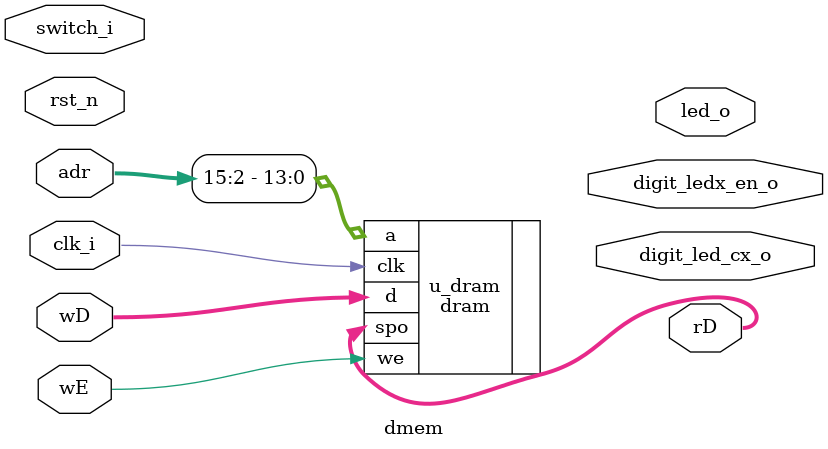
<source format=v>
`timescale 1ns / 1ps


module dmem(
    input wire          clk_i,
    input wire          rst_n,
    input wire [31:0]   adr,
    input wire [31:0]   wD,
    input wire          wE,
    output wire [31:0]  rD,
    input wire [23:0]   switch_i,
    output wire [23:0]  led_o,
    output wire [7:0]   digit_ledx_en_o,
    output wire [7:0]   digit_led_cx_o
    );



    
dram u_dram(
    .clk    (clk_i),
    .a      (adr[15:2]),
    .d      (wD),
    .we     (wE),
    .spo    (rD)
    );
endmodule

</source>
